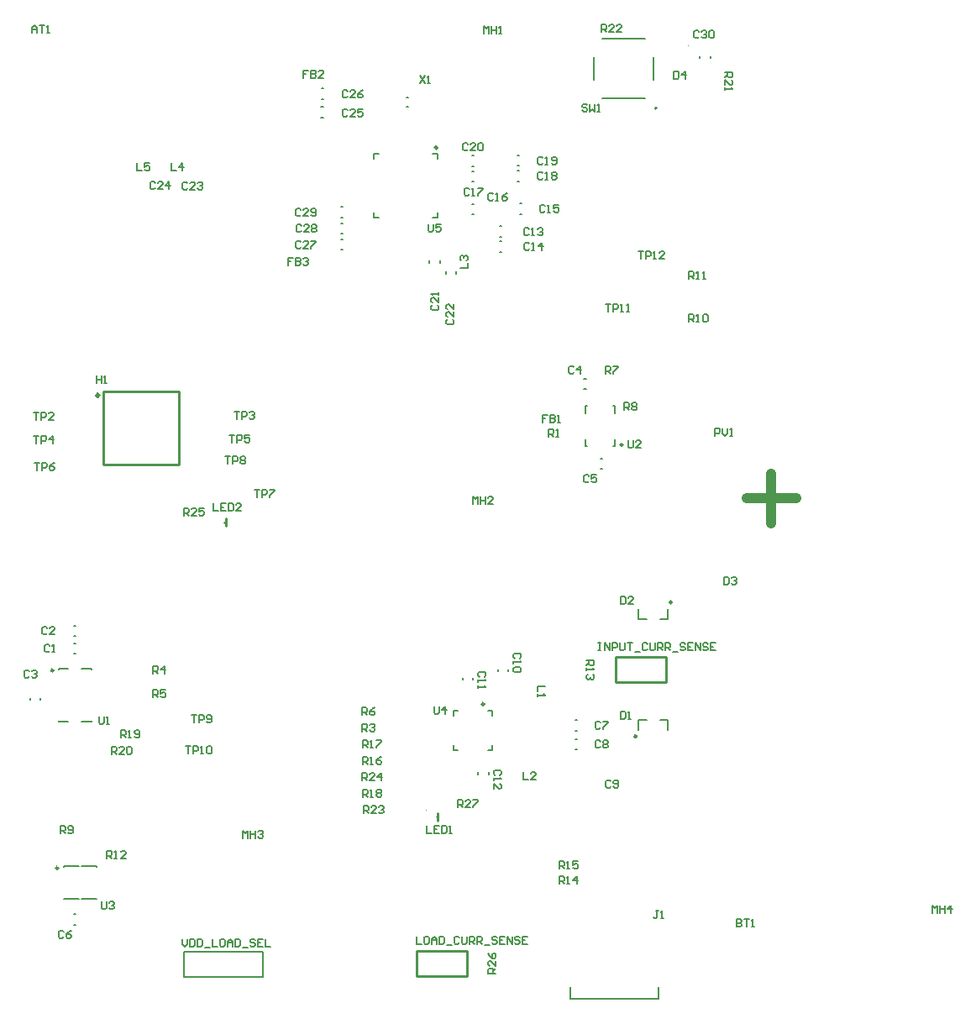
<source format=gto>
G04*
G04 #@! TF.GenerationSoftware,Altium Limited,Altium Designer,24.1.2 (44)*
G04*
G04 Layer_Color=65535*
%FSLAX44Y44*%
%MOMM*%
G71*
G04*
G04 #@! TF.SameCoordinates,F17E1149-1677-4603-BC53-BAD2445CDC7D*
G04*
G04*
G04 #@! TF.FilePolarity,Positive*
G04*
G01*
G75*
%ADD10C,0.2500*%
%ADD11C,0.1000*%
%ADD12C,0.3000*%
%ADD13C,0.2000*%
%ADD14C,1.0000*%
%ADD15C,0.2540*%
%ADD16C,0.1270*%
%ADD17C,0.1778*%
D10*
X430241Y850238D02*
G03*
X430241Y850238I-1250J0D01*
G01*
X477590Y289390D02*
G03*
X477590Y289390I-1250J0D01*
G01*
X666750Y392020D02*
G03*
X666750Y392020I-1250J0D01*
G01*
X631150Y256950D02*
G03*
X631150Y256950I-1250J0D01*
G01*
X43360Y323350D02*
G03*
X43360Y323350I-1250J0D01*
G01*
X48100Y124220D02*
G03*
X48100Y124220I-1250J0D01*
G01*
X617150Y550720D02*
G03*
X617150Y550720I-1250J0D01*
G01*
D11*
X683422Y953150D02*
G03*
X683422Y953150I-500J0D01*
G01*
X697588Y420794D02*
G03*
X697588Y420794I-500J0D01*
G01*
X206126Y479425D02*
G03*
X206126Y479425I-500J0D01*
G01*
X419522Y182768D02*
G03*
X419522Y182768I-500J0D01*
G01*
D12*
X87882Y599025D02*
G03*
X87751Y599031I0J1500D01*
G01*
D13*
X651470Y889960D02*
G03*
X651470Y889960I-1000J0D01*
G01*
X510810Y816440D02*
X512810D01*
X510810Y826940D02*
X512810D01*
X366491Y838838D02*
Y843738D01*
X371391D01*
X366491Y779738D02*
Y784638D01*
Y779738D02*
X371391D01*
X425590D02*
X430490D01*
Y784638D01*
Y838838D02*
Y843738D01*
X425590D02*
X430490D01*
X695028Y940578D02*
Y942578D01*
X705528Y940578D02*
Y942578D01*
X432742Y734330D02*
Y736330D01*
X422242Y734330D02*
Y736330D01*
X332756Y790364D02*
X334756D01*
X332756Y779864D02*
X334756D01*
X465090Y793412D02*
X467090D01*
X465090Y782912D02*
X467090D01*
X563864Y-7458D02*
Y4042D01*
Y-7458D02*
X653264D01*
Y4042D01*
X313452Y909744D02*
X315452D01*
X313452Y899244D02*
X315452D01*
X313198Y880702D02*
X315198D01*
X313198Y891202D02*
X315198D01*
X398761Y900597D02*
X400761D01*
X398761Y891597D02*
X400761D01*
X254630Y13970D02*
Y39370D01*
X174630Y13970D02*
X254630D01*
X174630D02*
Y39370D01*
X254630D01*
X446340Y278090D02*
Y282640D01*
X450890D01*
X446340Y243140D02*
Y247690D01*
Y243140D02*
X450890D01*
X481290D02*
X485840D01*
Y247690D01*
Y278090D02*
Y282640D01*
X481290D02*
X485840D01*
X662700Y375270D02*
Y385270D01*
X654500Y375270D02*
X662700D01*
X632700D02*
Y385270D01*
Y375270D02*
X640900D01*
X332756Y747606D02*
X334756D01*
X332756Y758106D02*
X334756D01*
X332756Y763354D02*
X334756D01*
X332756Y773854D02*
X334756D01*
X513096Y793920D02*
X515096D01*
X513096Y783420D02*
X515096D01*
X464836Y815932D02*
X466836D01*
X464836Y826432D02*
X466836D01*
X492776Y771060D02*
X494776D01*
X492776Y760560D02*
X494776D01*
X654500Y273700D02*
X662700D01*
Y263700D02*
Y273700D01*
X632700D02*
X640900D01*
X632700Y263700D02*
Y273700D01*
X48610Y271850D02*
X58360D01*
X48610D02*
Y272850D01*
X71860Y271850D02*
X81610D01*
Y272850D01*
Y323850D02*
Y324850D01*
X71860D02*
X81610D01*
X48610D02*
X58360D01*
X48610Y323850D02*
Y324850D01*
X53350Y125470D02*
Y125720D01*
X68600D01*
X71100D02*
X86350D01*
Y125470D02*
Y125720D01*
Y92720D02*
Y92970D01*
X71100Y92720D02*
X86350D01*
X53350D02*
Y92970D01*
Y92720D02*
X68600D01*
X607400Y589720D02*
X609400D01*
Y582470D02*
Y589720D01*
X579400D02*
X581400D01*
X579400Y582470D02*
Y589720D01*
Y549220D02*
Y556470D01*
Y549220D02*
X581400D01*
X607400D02*
X609400D01*
Y556470D01*
X63770Y340190D02*
X65770D01*
X63770Y350690D02*
X65770D01*
X63770Y368470D02*
X65770D01*
X63770Y357970D02*
X65770D01*
X19896Y293386D02*
Y295386D01*
X30396Y293386D02*
Y295386D01*
X578120Y617390D02*
X580120D01*
X578120Y606890D02*
X580120D01*
X594630Y526626D02*
X596630D01*
X594630Y537126D02*
X596630D01*
X63770Y67140D02*
X65770D01*
X63770Y77640D02*
X65770D01*
X569230Y262720D02*
X571230D01*
X569230Y273220D02*
X571230D01*
X569230Y243670D02*
X571230D01*
X569230Y254170D02*
X571230D01*
X501820Y322342D02*
Y324342D01*
X491320Y322342D02*
Y324342D01*
X466260Y313960D02*
Y315960D01*
X455760Y313960D02*
Y315960D01*
X471508Y218616D02*
Y220616D01*
X482008Y218616D02*
Y220616D01*
X492776Y745320D02*
X494776D01*
X492776Y755820D02*
X494776D01*
X510810Y842434D02*
X512810D01*
X510810Y831934D02*
X512810D01*
X465090Y842180D02*
X467090D01*
X465090Y831680D02*
X467090D01*
X438742Y723408D02*
Y725408D01*
X449242Y723408D02*
Y725408D01*
D14*
X766896Y471564D02*
Y496564D01*
X791896D01*
X766896D02*
Y521564D01*
X741896Y496564D02*
X766896D01*
D15*
X215834Y472425D02*
X217388D01*
Y476235D01*
Y468615D02*
Y476235D01*
X169418Y531114D02*
Y604774D01*
X93218Y531114D02*
X169418D01*
X93218D02*
Y604774D01*
X169418D01*
X609600Y311150D02*
X660400D01*
Y336550D01*
X609600D02*
X660400D01*
X609600Y311150D02*
Y336550D01*
X429230Y175768D02*
X430784D01*
Y179578D01*
Y171958D02*
Y179578D01*
X459740Y15240D02*
Y40640D01*
X408940Y15240D02*
X459740D01*
X408940D02*
Y40640D01*
X459740D01*
D16*
X647970Y918240D02*
Y941760D01*
X596210Y960000D02*
X639730D01*
X587970Y918240D02*
Y941760D01*
X596210Y900000D02*
X639730D01*
D17*
X929135Y78741D02*
Y86359D01*
X931674Y83820D01*
X934214Y86359D01*
Y78741D01*
X936753Y86359D02*
Y78741D01*
Y82550D01*
X941831D01*
Y86359D01*
Y78741D01*
X948179D02*
Y86359D01*
X944370Y82550D01*
X949449D01*
X234188Y154178D02*
Y161796D01*
X236727Y159256D01*
X239266Y161796D01*
Y154178D01*
X241805Y161796D02*
Y154178D01*
Y157987D01*
X246884D01*
Y161796D01*
Y154178D01*
X249423Y160526D02*
X250693Y161796D01*
X253232D01*
X254501Y160526D01*
Y159256D01*
X253232Y157987D01*
X251962D01*
X253232D01*
X254501Y156717D01*
Y155448D01*
X253232Y154178D01*
X250693D01*
X249423Y155448D01*
X465836Y490982D02*
Y498600D01*
X468375Y496060D01*
X470914Y498600D01*
Y490982D01*
X473453Y498600D02*
Y490982D01*
Y494791D01*
X478532D01*
Y498600D01*
Y490982D01*
X486149D02*
X481071D01*
X486149Y496060D01*
Y497330D01*
X484880Y498600D01*
X482341D01*
X481071Y497330D01*
X477266Y964946D02*
Y972563D01*
X479805Y970024D01*
X482344Y972563D01*
Y964946D01*
X484883Y972563D02*
Y964946D01*
Y968755D01*
X489962D01*
Y972563D01*
Y964946D01*
X492501D02*
X495040D01*
X493771D01*
Y972563D01*
X492501Y971294D01*
X284736Y739139D02*
X279657D01*
Y735330D01*
X282197D01*
X279657D01*
Y731521D01*
X287275Y739139D02*
Y731521D01*
X291084D01*
X292353Y732791D01*
Y734060D01*
X291084Y735330D01*
X287275D01*
X291084D01*
X292353Y736600D01*
Y737869D01*
X291084Y739139D01*
X287275D01*
X294892Y737869D02*
X296162Y739139D01*
X298701D01*
X299971Y737869D01*
Y736600D01*
X298701Y735330D01*
X297432D01*
X298701D01*
X299971Y734060D01*
Y732791D01*
X298701Y731521D01*
X296162D01*
X294892Y732791D01*
X300230Y928115D02*
X295151D01*
Y924306D01*
X297691D01*
X295151D01*
Y920497D01*
X302769Y928115D02*
Y920497D01*
X306578D01*
X307847Y921767D01*
Y923036D01*
X306578Y924306D01*
X302769D01*
X306578D01*
X307847Y925576D01*
Y926845D01*
X306578Y928115D01*
X302769D01*
X315465Y920497D02*
X310386D01*
X315465Y925576D01*
Y926845D01*
X314195Y928115D01*
X311656D01*
X310386Y926845D01*
X541021Y581151D02*
X535943D01*
Y577342D01*
X538482D01*
X535943D01*
Y573533D01*
X543560Y581151D02*
Y573533D01*
X547369D01*
X548639Y574803D01*
Y576072D01*
X547369Y577342D01*
X543560D01*
X547369D01*
X548639Y578612D01*
Y579881D01*
X547369Y581151D01*
X543560D01*
X551178Y573533D02*
X553717D01*
X552448D01*
Y581151D01*
X551178Y579881D01*
X632714Y745742D02*
X637792D01*
X635253D01*
Y738124D01*
X640331D02*
Y745742D01*
X644140D01*
X645410Y744472D01*
Y741933D01*
X644140Y740663D01*
X640331D01*
X647949Y738124D02*
X650488D01*
X649219D01*
Y745742D01*
X647949Y744472D01*
X659375Y738124D02*
X654297D01*
X659375Y743202D01*
Y744472D01*
X658106Y745742D01*
X655567D01*
X654297Y744472D01*
X599571Y692657D02*
X604649D01*
X602110D01*
Y685039D01*
X607188D02*
Y692657D01*
X610997D01*
X612267Y691387D01*
Y688848D01*
X610997Y687578D01*
X607188D01*
X614806Y685039D02*
X617345D01*
X616076D01*
Y692657D01*
X614806Y691387D01*
X621154Y685039D02*
X623693D01*
X622424D01*
Y692657D01*
X621154Y691387D01*
X176153Y246887D02*
X181232D01*
X178692D01*
Y239269D01*
X183771D02*
Y246887D01*
X187580D01*
X188849Y245617D01*
Y243078D01*
X187580Y241808D01*
X183771D01*
X191388Y239269D02*
X193928D01*
X192658D01*
Y246887D01*
X191388Y245617D01*
X197736D02*
X199006Y246887D01*
X201545D01*
X202815Y245617D01*
Y240539D01*
X201545Y239269D01*
X199006D01*
X197736Y240539D01*
Y245617D01*
X182121Y278383D02*
X187200D01*
X184660D01*
Y270765D01*
X189739D02*
Y278383D01*
X193548D01*
X194817Y277113D01*
Y274574D01*
X193548Y273304D01*
X189739D01*
X197356Y272035D02*
X198626Y270765D01*
X201165D01*
X202435Y272035D01*
Y277113D01*
X201165Y278383D01*
X198626D01*
X197356Y277113D01*
Y275844D01*
X198626Y274574D01*
X202435D01*
X216665Y538987D02*
X221744D01*
X219205D01*
Y531369D01*
X224283D02*
Y538987D01*
X228092D01*
X229361Y537717D01*
Y535178D01*
X228092Y533908D01*
X224283D01*
X231900Y537717D02*
X233170Y538987D01*
X235709D01*
X236979Y537717D01*
Y536448D01*
X235709Y535178D01*
X236979Y533908D01*
Y532639D01*
X235709Y531369D01*
X233170D01*
X231900Y532639D01*
Y533908D01*
X233170Y535178D01*
X231900Y536448D01*
Y537717D01*
X233170Y535178D02*
X235709D01*
X245621Y505713D02*
X250700D01*
X248160D01*
Y498095D01*
X253239D02*
Y505713D01*
X257048D01*
X258317Y504443D01*
Y501904D01*
X257048Y500634D01*
X253239D01*
X260856Y505713D02*
X265935D01*
Y504443D01*
X260856Y499365D01*
Y498095D01*
X23879Y532637D02*
X28958D01*
X26418D01*
Y525019D01*
X31497D02*
Y532637D01*
X35306D01*
X36575Y531367D01*
Y528828D01*
X35306Y527558D01*
X31497D01*
X44193Y532637D02*
X41654Y531367D01*
X39114Y528828D01*
Y526289D01*
X40384Y525019D01*
X42923D01*
X44193Y526289D01*
Y527558D01*
X42923Y528828D01*
X39114D01*
X220729Y560577D02*
X225808D01*
X223269D01*
Y552959D01*
X228347D02*
Y560577D01*
X232156D01*
X233425Y559307D01*
Y556768D01*
X232156Y555498D01*
X228347D01*
X241043Y560577D02*
X235964D01*
Y556768D01*
X238504Y558038D01*
X239773D01*
X241043Y556768D01*
Y554229D01*
X239773Y552959D01*
X237234D01*
X235964Y554229D01*
X23625Y559815D02*
X28704D01*
X26165D01*
Y552197D01*
X31243D02*
Y559815D01*
X35052D01*
X36321Y558545D01*
Y556006D01*
X35052Y554736D01*
X31243D01*
X42669Y552197D02*
Y559815D01*
X38860Y556006D01*
X43939D01*
X225301Y584199D02*
X230380D01*
X227840D01*
Y576581D01*
X232919D02*
Y584199D01*
X236728D01*
X237997Y582929D01*
Y580390D01*
X236728Y579120D01*
X232919D01*
X240536Y582929D02*
X241806Y584199D01*
X244345D01*
X245615Y582929D01*
Y581660D01*
X244345Y580390D01*
X243076D01*
X244345D01*
X245615Y579120D01*
Y577851D01*
X244345Y576581D01*
X241806D01*
X240536Y577851D01*
X22863Y583437D02*
X27942D01*
X25403D01*
Y575819D01*
X30481D02*
Y583437D01*
X34290D01*
X35559Y582167D01*
Y579628D01*
X34290Y578358D01*
X30481D01*
X43177Y575819D02*
X38098D01*
X43177Y580898D01*
Y582167D01*
X41907Y583437D01*
X39368D01*
X38098Y582167D01*
X86614Y620519D02*
Y612902D01*
Y616711D01*
X91692D01*
Y620519D01*
Y612902D01*
X94232D02*
X96771D01*
X95501D01*
Y620519D01*
X94232Y619250D01*
X516638Y220725D02*
Y213107D01*
X521716D01*
X529334D02*
X524256D01*
X529334Y218186D01*
Y219455D01*
X528064Y220725D01*
X525525D01*
X524256Y219455D01*
X653014Y81151D02*
X650475D01*
X651745D01*
Y74803D01*
X650475Y73533D01*
X649205D01*
X647936Y74803D01*
X655553Y73533D02*
X658093D01*
X656823D01*
Y81151D01*
X655553Y79881D01*
X412462Y922766D02*
X417540Y915148D01*
Y922766D02*
X412462Y915148D01*
X420080D02*
X422619D01*
X421349D01*
Y922766D01*
X420080Y921496D01*
X420844Y773129D02*
Y766781D01*
X422114Y765511D01*
X424653D01*
X425923Y766781D01*
Y773129D01*
X433540D02*
X428462D01*
Y769320D01*
X431001Y770589D01*
X432271D01*
X433540Y769320D01*
Y766781D01*
X432271Y765511D01*
X429732D01*
X428462Y766781D01*
X426722Y287019D02*
Y280671D01*
X427992Y279401D01*
X430531D01*
X431800Y280671D01*
Y287019D01*
X438148Y279401D02*
Y287019D01*
X434340Y283210D01*
X439418D01*
X91442Y90169D02*
Y83821D01*
X92712Y82551D01*
X95251D01*
X96520Y83821D01*
Y90169D01*
X99060Y88899D02*
X100329Y90169D01*
X102868D01*
X104138Y88899D01*
Y87630D01*
X102868Y86360D01*
X101599D01*
X102868D01*
X104138Y85090D01*
Y83821D01*
X102868Y82551D01*
X100329D01*
X99060Y83821D01*
X622302Y554989D02*
Y548641D01*
X623572Y547371D01*
X626111D01*
X627380Y548641D01*
Y554989D01*
X634998Y547371D02*
X629920D01*
X634998Y552450D01*
Y553719D01*
X633728Y554989D01*
X631189D01*
X629920Y553719D01*
X88902Y276859D02*
Y270511D01*
X90171Y269241D01*
X92710D01*
X93980Y270511D01*
Y276859D01*
X96519Y269241D02*
X99058D01*
X97789D01*
Y276859D01*
X96519Y275589D01*
X592474Y351154D02*
X595013D01*
X593744D01*
Y343536D01*
X592474D01*
X595013D01*
X598822D02*
Y351154D01*
X603900Y343536D01*
Y351154D01*
X606440Y343536D02*
Y351154D01*
X610248D01*
X611518Y349884D01*
Y347345D01*
X610248Y346075D01*
X606440D01*
X614057Y351154D02*
Y344806D01*
X615327Y343536D01*
X617866D01*
X619136Y344806D01*
Y351154D01*
X621675D02*
X626753D01*
X624214D01*
Y343536D01*
X629292Y342266D02*
X634370D01*
X641988Y349884D02*
X640719Y351154D01*
X638179D01*
X636910Y349884D01*
Y344806D01*
X638179Y343536D01*
X640719D01*
X641988Y344806D01*
X644527Y351154D02*
Y344806D01*
X645797Y343536D01*
X648336D01*
X649606Y344806D01*
Y351154D01*
X652145Y343536D02*
Y351154D01*
X655954D01*
X657223Y349884D01*
Y347345D01*
X655954Y346075D01*
X652145D01*
X654684D02*
X657223Y343536D01*
X659762D02*
Y351154D01*
X663571D01*
X664841Y349884D01*
Y347345D01*
X663571Y346075D01*
X659762D01*
X662301D02*
X664841Y343536D01*
X667380Y342266D02*
X672458D01*
X680076Y349884D02*
X678806Y351154D01*
X676267D01*
X674997Y349884D01*
Y348614D01*
X676267Y347345D01*
X678806D01*
X680076Y346075D01*
Y344806D01*
X678806Y343536D01*
X676267D01*
X674997Y344806D01*
X687693Y351154D02*
X682615D01*
Y343536D01*
X687693D01*
X682615Y347345D02*
X685154D01*
X690232Y343536D02*
Y351154D01*
X695311Y343536D01*
Y351154D01*
X702928Y349884D02*
X701659Y351154D01*
X699120D01*
X697850Y349884D01*
Y348614D01*
X699120Y347345D01*
X701659D01*
X702928Y346075D01*
Y344806D01*
X701659Y343536D01*
X699120D01*
X697850Y344806D01*
X710546Y351154D02*
X705468D01*
Y343536D01*
X710546D01*
X705468Y347345D02*
X708007D01*
X408958Y55244D02*
Y47626D01*
X414036D01*
X420384Y55244D02*
X417845D01*
X416576Y53974D01*
Y48896D01*
X417845Y47626D01*
X420384D01*
X421654Y48896D01*
Y53974D01*
X420384Y55244D01*
X424193Y47626D02*
Y52704D01*
X426732Y55244D01*
X429272Y52704D01*
Y47626D01*
Y51435D01*
X424193D01*
X431811Y55244D02*
Y47626D01*
X435620D01*
X436889Y48896D01*
Y53974D01*
X435620Y55244D01*
X431811D01*
X439428Y46356D02*
X444507D01*
X452124Y53974D02*
X450854Y55244D01*
X448315D01*
X447046Y53974D01*
Y48896D01*
X448315Y47626D01*
X450854D01*
X452124Y48896D01*
X454663Y55244D02*
Y48896D01*
X455933Y47626D01*
X458472D01*
X459742Y48896D01*
Y55244D01*
X462281Y47626D02*
Y55244D01*
X466090D01*
X467359Y53974D01*
Y51435D01*
X466090Y50165D01*
X462281D01*
X464820D02*
X467359Y47626D01*
X469898D02*
Y55244D01*
X473707D01*
X474977Y53974D01*
Y51435D01*
X473707Y50165D01*
X469898D01*
X472438D02*
X474977Y47626D01*
X477516Y46356D02*
X482594D01*
X490212Y53974D02*
X488942Y55244D01*
X486403D01*
X485133Y53974D01*
Y52704D01*
X486403Y51435D01*
X488942D01*
X490212Y50165D01*
Y48896D01*
X488942Y47626D01*
X486403D01*
X485133Y48896D01*
X497829Y55244D02*
X492751D01*
Y47626D01*
X497829D01*
X492751Y51435D02*
X495290D01*
X500368Y47626D02*
Y55244D01*
X505447Y47626D01*
Y55244D01*
X513064Y53974D02*
X511795Y55244D01*
X509256D01*
X507986Y53974D01*
Y52704D01*
X509256Y51435D01*
X511795D01*
X513064Y50165D01*
Y48896D01*
X511795Y47626D01*
X509256D01*
X507986Y48896D01*
X520682Y55244D02*
X515604D01*
Y47626D01*
X520682D01*
X515604Y51435D02*
X518143D01*
X581395Y893169D02*
X580126Y894439D01*
X577586D01*
X576317Y893169D01*
Y891900D01*
X577586Y890630D01*
X580126D01*
X581395Y889361D01*
Y888091D01*
X580126Y886821D01*
X577586D01*
X576317Y888091D01*
X583934Y894439D02*
Y886821D01*
X586473Y889361D01*
X589013Y886821D01*
Y894439D01*
X591552Y886821D02*
X594091D01*
X592821D01*
Y894439D01*
X591552Y893169D01*
X450853Y185167D02*
Y192785D01*
X454662D01*
X455932Y191515D01*
Y188976D01*
X454662Y187706D01*
X450853D01*
X453392D02*
X455932Y185167D01*
X463549D02*
X458471D01*
X463549Y190246D01*
Y191515D01*
X462280Y192785D01*
X459740D01*
X458471Y191515D01*
X466088Y192785D02*
X471167D01*
Y191515D01*
X466088Y186437D01*
Y185167D01*
X488949Y17783D02*
X481331D01*
Y21592D01*
X482601Y22862D01*
X485140D01*
X486410Y21592D01*
Y17783D01*
Y20322D02*
X488949Y22862D01*
Y30479D02*
Y25401D01*
X483870Y30479D01*
X482601D01*
X481331Y29210D01*
Y26670D01*
X482601Y25401D01*
X481331Y38097D02*
X482601Y35558D01*
X485140Y33018D01*
X487679D01*
X488949Y34288D01*
Y36827D01*
X487679Y38097D01*
X486410D01*
X485140Y36827D01*
Y33018D01*
X174755Y479553D02*
Y487171D01*
X178564D01*
X179834Y485901D01*
Y483362D01*
X178564Y482092D01*
X174755D01*
X177295D02*
X179834Y479553D01*
X187451D02*
X182373D01*
X187451Y484632D01*
Y485901D01*
X186182Y487171D01*
X183642D01*
X182373Y485901D01*
X195069Y487171D02*
X189990D01*
Y483362D01*
X192530Y484632D01*
X193799D01*
X195069Y483362D01*
Y480823D01*
X193799Y479553D01*
X191260D01*
X189990Y480823D01*
X354333Y212091D02*
Y219709D01*
X358142D01*
X359412Y218439D01*
Y215900D01*
X358142Y214630D01*
X354333D01*
X356872D02*
X359412Y212091D01*
X367029D02*
X361951D01*
X367029Y217170D01*
Y218439D01*
X365760Y219709D01*
X363220D01*
X361951Y218439D01*
X373377Y212091D02*
Y219709D01*
X369568Y215900D01*
X374647D01*
X355603Y179071D02*
Y186689D01*
X359412D01*
X360682Y185419D01*
Y182880D01*
X359412Y181610D01*
X355603D01*
X358143D02*
X360682Y179071D01*
X368299D02*
X363221D01*
X368299Y184150D01*
Y185419D01*
X367030Y186689D01*
X364490D01*
X363221Y185419D01*
X370838D02*
X372108Y186689D01*
X374647D01*
X375917Y185419D01*
Y184150D01*
X374647Y182880D01*
X373378D01*
X374647D01*
X375917Y181610D01*
Y180341D01*
X374647Y179071D01*
X372108D01*
X370838Y180341D01*
X595633Y966471D02*
Y974089D01*
X599442D01*
X600712Y972819D01*
Y970280D01*
X599442Y969010D01*
X595633D01*
X598172D02*
X600712Y966471D01*
X608329D02*
X603251D01*
X608329Y971550D01*
Y972819D01*
X607060Y974089D01*
X604520D01*
X603251Y972819D01*
X615947Y966471D02*
X610868D01*
X615947Y971550D01*
Y972819D01*
X614677Y974089D01*
X612138D01*
X610868Y972819D01*
X720091Y925827D02*
X727709D01*
Y922018D01*
X726439Y920749D01*
X723900D01*
X722630Y922018D01*
Y925827D01*
Y923288D02*
X720091Y920749D01*
Y913131D02*
Y918210D01*
X725170Y913131D01*
X726439D01*
X727709Y914401D01*
Y916940D01*
X726439Y918210D01*
X720091Y910592D02*
Y908053D01*
Y909322D01*
X727709D01*
X726439Y910592D01*
X101603Y238761D02*
Y246379D01*
X105412D01*
X106682Y245109D01*
Y242570D01*
X105412Y241300D01*
X101603D01*
X104143D02*
X106682Y238761D01*
X114299D02*
X109221D01*
X114299Y243840D01*
Y245109D01*
X113030Y246379D01*
X110490D01*
X109221Y245109D01*
X116838D02*
X118108Y246379D01*
X120647D01*
X121917Y245109D01*
Y240031D01*
X120647Y238761D01*
X118108D01*
X116838Y240031D01*
Y245109D01*
X111128Y255271D02*
Y262889D01*
X114937D01*
X116206Y261619D01*
Y259080D01*
X114937Y257810D01*
X111128D01*
X113667D02*
X116206Y255271D01*
X118746D02*
X121285D01*
X120015D01*
Y262889D01*
X118746Y261619D01*
X125094Y256541D02*
X126363Y255271D01*
X128902D01*
X130172Y256541D01*
Y261619D01*
X128902Y262889D01*
X126363D01*
X125094Y261619D01*
Y260350D01*
X126363Y259080D01*
X130172D01*
X354968Y195581D02*
Y203199D01*
X358777D01*
X360046Y201929D01*
Y199390D01*
X358777Y198120D01*
X354968D01*
X357507D02*
X360046Y195581D01*
X362586D02*
X365125D01*
X363855D01*
Y203199D01*
X362586Y201929D01*
X368934D02*
X370203Y203199D01*
X372742D01*
X374012Y201929D01*
Y200660D01*
X372742Y199390D01*
X374012Y198120D01*
Y196851D01*
X372742Y195581D01*
X370203D01*
X368934Y196851D01*
Y198120D01*
X370203Y199390D01*
X368934Y200660D01*
Y201929D01*
X370203Y199390D02*
X372742D01*
X354968Y245111D02*
Y252729D01*
X358777D01*
X360046Y251459D01*
Y248920D01*
X358777Y247650D01*
X354968D01*
X357507D02*
X360046Y245111D01*
X362586D02*
X365125D01*
X363855D01*
Y252729D01*
X362586Y251459D01*
X368934Y252729D02*
X374012D01*
Y251459D01*
X368934Y246381D01*
Y245111D01*
X354968Y228601D02*
Y236219D01*
X358777D01*
X360046Y234949D01*
Y232410D01*
X358777Y231140D01*
X354968D01*
X357507D02*
X360046Y228601D01*
X362586D02*
X365125D01*
X363855D01*
Y236219D01*
X362586Y234949D01*
X374012Y236219D02*
X371473Y234949D01*
X368934Y232410D01*
Y229871D01*
X370203Y228601D01*
X372742D01*
X374012Y229871D01*
Y231140D01*
X372742Y232410D01*
X368934D01*
X553088Y123191D02*
Y130809D01*
X556897D01*
X558166Y129539D01*
Y127000D01*
X556897Y125730D01*
X553088D01*
X555627D02*
X558166Y123191D01*
X560706D02*
X563245D01*
X561975D01*
Y130809D01*
X560706Y129539D01*
X572132Y130809D02*
X567054D01*
Y127000D01*
X569593Y128270D01*
X570862D01*
X572132Y127000D01*
Y124461D01*
X570862Y123191D01*
X568323D01*
X567054Y124461D01*
X553088Y107951D02*
Y115569D01*
X556897D01*
X558166Y114299D01*
Y111760D01*
X556897Y110490D01*
X553088D01*
X555627D02*
X558166Y107951D01*
X560706D02*
X563245D01*
X561975D01*
Y115569D01*
X560706Y114299D01*
X570862Y107951D02*
Y115569D01*
X567054Y111760D01*
X572132D01*
X580391Y333372D02*
X588009D01*
Y329563D01*
X586739Y328294D01*
X584200D01*
X582930Y329563D01*
Y333372D01*
Y330833D02*
X580391Y328294D01*
Y325754D02*
Y323215D01*
Y324485D01*
X588009D01*
X586739Y325754D01*
Y319406D02*
X588009Y318137D01*
Y315598D01*
X586739Y314328D01*
X585470D01*
X584200Y315598D01*
Y316867D01*
Y315598D01*
X582930Y314328D01*
X581661D01*
X580391Y315598D01*
Y318137D01*
X581661Y319406D01*
X97282Y133858D02*
Y141475D01*
X101091D01*
X102360Y140206D01*
Y137667D01*
X101091Y136397D01*
X97282D01*
X99821D02*
X102360Y133858D01*
X104900D02*
X107439D01*
X106169D01*
Y141475D01*
X104900Y140206D01*
X116326Y133858D02*
X111248D01*
X116326Y138936D01*
Y140206D01*
X115056Y141475D01*
X112517D01*
X111248Y140206D01*
X683898Y717551D02*
Y725169D01*
X687706D01*
X688976Y723899D01*
Y721360D01*
X687706Y720090D01*
X683898D01*
X686437D02*
X688976Y717551D01*
X691515D02*
X694054D01*
X692785D01*
Y725169D01*
X691515Y723899D01*
X697863Y717551D02*
X700402D01*
X699133D01*
Y725169D01*
X697863Y723899D01*
X683898Y674371D02*
Y681989D01*
X687707D01*
X688976Y680719D01*
Y678180D01*
X687707Y676910D01*
X683898D01*
X686437D02*
X688976Y674371D01*
X691516D02*
X694055D01*
X692785D01*
Y681989D01*
X691516Y680719D01*
X697864D02*
X699133Y681989D01*
X701672D01*
X702942Y680719D01*
Y675641D01*
X701672Y674371D01*
X699133D01*
X697864Y675641D01*
Y680719D01*
X50038Y159004D02*
Y166621D01*
X53847D01*
X55116Y165352D01*
Y162813D01*
X53847Y161543D01*
X50038D01*
X52577D02*
X55116Y159004D01*
X57656Y160274D02*
X58925Y159004D01*
X61464D01*
X62734Y160274D01*
Y165352D01*
X61464Y166621D01*
X58925D01*
X57656Y165352D01*
Y164082D01*
X58925Y162813D01*
X62734D01*
X618492Y585471D02*
Y593089D01*
X622301D01*
X623570Y591819D01*
Y589280D01*
X622301Y588010D01*
X618492D01*
X621031D02*
X623570Y585471D01*
X626110Y591819D02*
X627379Y593089D01*
X629918D01*
X631188Y591819D01*
Y590550D01*
X629918Y589280D01*
X631188Y588010D01*
Y586741D01*
X629918Y585471D01*
X627379D01*
X626110Y586741D01*
Y588010D01*
X627379Y589280D01*
X626110Y590550D01*
Y591819D01*
X627379Y589280D02*
X629918D01*
X599442Y622301D02*
Y629919D01*
X603251D01*
X604520Y628649D01*
Y626110D01*
X603251Y624840D01*
X599442D01*
X601981D02*
X604520Y622301D01*
X607060Y629919D02*
X612138D01*
Y628649D01*
X607060Y623571D01*
Y622301D01*
X354332Y278131D02*
Y285749D01*
X358141D01*
X359410Y284479D01*
Y281940D01*
X358141Y280670D01*
X354332D01*
X356871D02*
X359410Y278131D01*
X367028Y285749D02*
X364489Y284479D01*
X361950Y281940D01*
Y279401D01*
X363219Y278131D01*
X365758D01*
X367028Y279401D01*
Y280670D01*
X365758Y281940D01*
X361950D01*
X143512Y295911D02*
Y303529D01*
X147321D01*
X148590Y302259D01*
Y299720D01*
X147321Y298450D01*
X143512D01*
X146051D02*
X148590Y295911D01*
X156208Y303529D02*
X151130D01*
Y299720D01*
X153669Y300990D01*
X154938D01*
X156208Y299720D01*
Y297181D01*
X154938Y295911D01*
X152399D01*
X151130Y297181D01*
X143512Y320041D02*
Y327659D01*
X147321D01*
X148590Y326389D01*
Y323850D01*
X147321Y322580D01*
X143512D01*
X146051D02*
X148590Y320041D01*
X154938D02*
Y327659D01*
X151130Y323850D01*
X156208D01*
X354332Y261621D02*
Y269239D01*
X358141D01*
X359410Y267969D01*
Y265430D01*
X358141Y264160D01*
X354332D01*
X356871D02*
X359410Y261621D01*
X361950Y267969D02*
X363219Y269239D01*
X365758D01*
X367028Y267969D01*
Y266700D01*
X365758Y265430D01*
X364489D01*
X365758D01*
X367028Y264160D01*
Y262891D01*
X365758Y261621D01*
X363219D01*
X361950Y262891D01*
X542292Y558801D02*
Y566419D01*
X546100D01*
X547370Y565149D01*
Y562610D01*
X546100Y561340D01*
X542292D01*
X544831D02*
X547370Y558801D01*
X549909D02*
X552448D01*
X551179D01*
Y566419D01*
X549909Y565149D01*
X709933Y559817D02*
Y567435D01*
X713742D01*
X715011Y566165D01*
Y563626D01*
X713742Y562356D01*
X709933D01*
X717550Y567435D02*
Y562356D01*
X720090Y559817D01*
X722629Y562356D01*
Y567435D01*
X725168Y559817D02*
X727707D01*
X726438D01*
Y567435D01*
X725168Y566165D01*
X204221Y491489D02*
Y483871D01*
X209299D01*
X216916Y491489D02*
X211838D01*
Y483871D01*
X216916D01*
X211838Y487680D02*
X214377D01*
X219456Y491489D02*
Y483871D01*
X223264D01*
X224534Y485141D01*
Y490219D01*
X223264Y491489D01*
X219456D01*
X232152Y483871D02*
X227073D01*
X232152Y488950D01*
Y490219D01*
X230882Y491489D01*
X228343D01*
X227073Y490219D01*
X419486Y166877D02*
Y159259D01*
X424565D01*
X432182Y166877D02*
X427104D01*
Y159259D01*
X432182D01*
X427104Y163068D02*
X429643D01*
X434721Y166877D02*
Y159259D01*
X438530D01*
X439799Y160529D01*
Y165607D01*
X438530Y166877D01*
X434721D01*
X442339Y159259D02*
X444878D01*
X443608D01*
Y166877D01*
X442339Y165607D01*
X127707Y834452D02*
Y826834D01*
X132785D01*
X140403Y834452D02*
X135324D01*
Y830643D01*
X137864Y831913D01*
X139133D01*
X140403Y830643D01*
Y828104D01*
X139133Y826834D01*
X136594D01*
X135324Y828104D01*
X161997Y834452D02*
Y826834D01*
X167075D01*
X173423D02*
Y834452D01*
X169615Y830643D01*
X174693D01*
X453137Y728728D02*
X460755D01*
Y733806D01*
X454407Y736346D02*
X453137Y737615D01*
Y740154D01*
X454407Y741424D01*
X455676D01*
X456946Y740154D01*
Y738885D01*
Y740154D01*
X458216Y741424D01*
X459485D01*
X460755Y740154D01*
Y737615D01*
X459485Y736346D01*
X538479Y307162D02*
X530861D01*
Y302084D01*
Y299545D02*
Y297006D01*
Y298275D01*
X538479D01*
X537209Y299545D01*
X172734Y52704D02*
Y47625D01*
X175274Y45086D01*
X177813Y47625D01*
Y52704D01*
X180352D02*
Y45086D01*
X184161D01*
X185430Y46356D01*
Y51434D01*
X184161Y52704D01*
X180352D01*
X187969D02*
Y45086D01*
X191778D01*
X193048Y46356D01*
Y51434D01*
X191778Y52704D01*
X187969D01*
X195587Y43816D02*
X200665D01*
X203204Y52704D02*
Y45086D01*
X208283D01*
X214631Y52704D02*
X212092D01*
X210822Y51434D01*
Y46356D01*
X212092Y45086D01*
X214631D01*
X215900Y46356D01*
Y51434D01*
X214631Y52704D01*
X218440Y45086D02*
Y50164D01*
X220979Y52704D01*
X223518Y50164D01*
Y45086D01*
Y48895D01*
X218440D01*
X226057Y52704D02*
Y45086D01*
X229866D01*
X231136Y46356D01*
Y51434D01*
X229866Y52704D01*
X226057D01*
X233675Y43816D02*
X238753D01*
X246371Y51434D02*
X245101Y52704D01*
X242562D01*
X241292Y51434D01*
Y50164D01*
X242562Y48895D01*
X245101D01*
X246371Y47625D01*
Y46356D01*
X245101Y45086D01*
X242562D01*
X241292Y46356D01*
X253988Y52704D02*
X248910D01*
Y45086D01*
X253988D01*
X248910Y48895D02*
X251449D01*
X256527Y52704D02*
Y45086D01*
X261606D01*
X668784Y927099D02*
Y919481D01*
X672593D01*
X673862Y920751D01*
Y925829D01*
X672593Y927099D01*
X668784D01*
X680210Y919481D02*
Y927099D01*
X676402Y923290D01*
X681480D01*
X718822Y417575D02*
Y409957D01*
X722631D01*
X723900Y411227D01*
Y416305D01*
X722631Y417575D01*
X718822D01*
X726440Y416305D02*
X727709Y417575D01*
X730248D01*
X731518Y416305D01*
Y415036D01*
X730248Y413766D01*
X728979D01*
X730248D01*
X731518Y412496D01*
Y411227D01*
X730248Y409957D01*
X727709D01*
X726440Y411227D01*
X614682Y397509D02*
Y389891D01*
X618491D01*
X619760Y391161D01*
Y396239D01*
X618491Y397509D01*
X614682D01*
X627378Y389891D02*
X622300D01*
X627378Y394970D01*
Y396239D01*
X626108Y397509D01*
X623569D01*
X622300Y396239D01*
X614682Y281939D02*
Y274321D01*
X618490D01*
X619760Y275591D01*
Y280669D01*
X618490Y281939D01*
X614682D01*
X622299Y274321D02*
X624838D01*
X623569D01*
Y281939D01*
X622299Y280669D01*
X693930Y966977D02*
X692660Y968247D01*
X690121D01*
X688851Y966977D01*
Y961899D01*
X690121Y960629D01*
X692660D01*
X693930Y961899D01*
X696469Y966977D02*
X697738Y968247D01*
X700278D01*
X701547Y966977D01*
Y965708D01*
X700278Y964438D01*
X699008D01*
X700278D01*
X701547Y963168D01*
Y961899D01*
X700278Y960629D01*
X697738D01*
X696469Y961899D01*
X704086Y966977D02*
X705356Y968247D01*
X707895D01*
X709165Y966977D01*
Y961899D01*
X707895Y960629D01*
X705356D01*
X704086Y961899D01*
Y966977D01*
X292864Y787399D02*
X291594Y788669D01*
X289055D01*
X287785Y787399D01*
Y782321D01*
X289055Y781051D01*
X291594D01*
X292864Y782321D01*
X300481Y781051D02*
X295403D01*
X300481Y786130D01*
Y787399D01*
X299212Y788669D01*
X296672D01*
X295403Y787399D01*
X303020Y782321D02*
X304290Y781051D01*
X306829D01*
X308099Y782321D01*
Y787399D01*
X306829Y788669D01*
X304290D01*
X303020Y787399D01*
Y786130D01*
X304290Y784860D01*
X308099D01*
X293118Y771397D02*
X291848Y772667D01*
X289309D01*
X288039Y771397D01*
Y766319D01*
X289309Y765049D01*
X291848D01*
X293118Y766319D01*
X300735Y765049D02*
X295657D01*
X300735Y770128D01*
Y771397D01*
X299466Y772667D01*
X296926D01*
X295657Y771397D01*
X303274D02*
X304544Y772667D01*
X307083D01*
X308353Y771397D01*
Y770128D01*
X307083Y768858D01*
X308353Y767588D01*
Y766319D01*
X307083Y765049D01*
X304544D01*
X303274Y766319D01*
Y767588D01*
X304544Y768858D01*
X303274Y770128D01*
Y771397D01*
X304544Y768858D02*
X307083D01*
X292610Y755141D02*
X291340Y756411D01*
X288801D01*
X287531Y755141D01*
Y750063D01*
X288801Y748793D01*
X291340D01*
X292610Y750063D01*
X300227Y748793D02*
X295149D01*
X300227Y753872D01*
Y755141D01*
X298958Y756411D01*
X296418D01*
X295149Y755141D01*
X302766Y756411D02*
X307845D01*
Y755141D01*
X302766Y750063D01*
Y748793D01*
X339854Y907033D02*
X338584Y908303D01*
X336045D01*
X334775Y907033D01*
Y901955D01*
X336045Y900685D01*
X338584D01*
X339854Y901955D01*
X347471Y900685D02*
X342393D01*
X347471Y905764D01*
Y907033D01*
X346202Y908303D01*
X343662D01*
X342393Y907033D01*
X355089Y908303D02*
X352550Y907033D01*
X350010Y904494D01*
Y901955D01*
X351280Y900685D01*
X353819D01*
X355089Y901955D01*
Y903224D01*
X353819Y904494D01*
X350010D01*
X339854Y887983D02*
X338584Y889253D01*
X336045D01*
X334775Y887983D01*
Y882905D01*
X336045Y881635D01*
X338584D01*
X339854Y882905D01*
X347471Y881635D02*
X342393D01*
X347471Y886714D01*
Y887983D01*
X346202Y889253D01*
X343662D01*
X342393Y887983D01*
X355089Y889253D02*
X350010D01*
Y885444D01*
X352550Y886714D01*
X353819D01*
X355089Y885444D01*
Y882905D01*
X353819Y881635D01*
X351280D01*
X350010Y882905D01*
X145798Y814831D02*
X144528Y816101D01*
X141989D01*
X140719Y814831D01*
Y809753D01*
X141989Y808483D01*
X144528D01*
X145798Y809753D01*
X153415Y808483D02*
X148337D01*
X153415Y813562D01*
Y814831D01*
X152146Y816101D01*
X149606D01*
X148337Y814831D01*
X159763Y808483D02*
Y816101D01*
X155954Y812292D01*
X161033D01*
X178310Y814323D02*
X177040Y815593D01*
X174501D01*
X173231Y814323D01*
Y809245D01*
X174501Y807975D01*
X177040D01*
X178310Y809245D01*
X185927Y807975D02*
X180849D01*
X185927Y813054D01*
Y814323D01*
X184658Y815593D01*
X182118D01*
X180849Y814323D01*
X188466D02*
X189736Y815593D01*
X192275D01*
X193545Y814323D01*
Y813054D01*
X192275Y811784D01*
X191006D01*
X192275D01*
X193545Y810514D01*
Y809245D01*
X192275Y807975D01*
X189736D01*
X188466Y809245D01*
X440437Y676912D02*
X439167Y675642D01*
Y673103D01*
X440437Y671833D01*
X445515D01*
X446785Y673103D01*
Y675642D01*
X445515Y676912D01*
X446785Y684529D02*
Y679451D01*
X441706Y684529D01*
X440437D01*
X439167Y683260D01*
Y680720D01*
X440437Y679451D01*
X446785Y692147D02*
Y687068D01*
X441706Y692147D01*
X440437D01*
X439167Y690877D01*
Y688338D01*
X440437Y687068D01*
X425207Y691643D02*
X423937Y690374D01*
Y687834D01*
X425207Y686565D01*
X430285D01*
X431555Y687834D01*
Y690374D01*
X430285Y691643D01*
X431555Y699261D02*
Y694182D01*
X426476Y699261D01*
X425207D01*
X423937Y697991D01*
Y695452D01*
X425207Y694182D01*
X431555Y701800D02*
Y704339D01*
Y703070D01*
X423937D01*
X425207Y701800D01*
X461266Y853693D02*
X459996Y854963D01*
X457457D01*
X456187Y853693D01*
Y848615D01*
X457457Y847345D01*
X459996D01*
X461266Y848615D01*
X468883Y847345D02*
X463805D01*
X468883Y852424D01*
Y853693D01*
X467614Y854963D01*
X465074D01*
X463805Y853693D01*
X471422D02*
X472692Y854963D01*
X475231D01*
X476501Y853693D01*
Y848615D01*
X475231Y847345D01*
X472692D01*
X471422Y848615D01*
Y853693D01*
X536736Y839723D02*
X535467Y840993D01*
X532928D01*
X531658Y839723D01*
Y834645D01*
X532928Y833375D01*
X535467D01*
X536736Y834645D01*
X539276Y833375D02*
X541815D01*
X540545D01*
Y840993D01*
X539276Y839723D01*
X545624Y834645D02*
X546893Y833375D01*
X549432D01*
X550702Y834645D01*
Y839723D01*
X549432Y840993D01*
X546893D01*
X545624Y839723D01*
Y838454D01*
X546893Y837184D01*
X550702D01*
X536576Y824229D02*
X535307Y825499D01*
X532768D01*
X531498Y824229D01*
Y819151D01*
X532768Y817881D01*
X535307D01*
X536576Y819151D01*
X539116Y817881D02*
X541655D01*
X540385D01*
Y825499D01*
X539116Y824229D01*
X545464D02*
X546733Y825499D01*
X549272D01*
X550542Y824229D01*
Y822960D01*
X549272Y821690D01*
X550542Y820420D01*
Y819151D01*
X549272Y817881D01*
X546733D01*
X545464Y819151D01*
Y820420D01*
X546733Y821690D01*
X545464Y822960D01*
Y824229D01*
X546733Y821690D02*
X549272D01*
X462662Y808481D02*
X461393Y809751D01*
X458854D01*
X457584Y808481D01*
Y803403D01*
X458854Y802133D01*
X461393D01*
X462662Y803403D01*
X465202Y802133D02*
X467741D01*
X466471D01*
Y809751D01*
X465202Y808481D01*
X471550Y809751D02*
X476628D01*
Y808481D01*
X471550Y803403D01*
Y802133D01*
X486538Y803401D02*
X485269Y804671D01*
X482730D01*
X481460Y803401D01*
Y798323D01*
X482730Y797053D01*
X485269D01*
X486538Y798323D01*
X489078Y797053D02*
X491617D01*
X490347D01*
Y804671D01*
X489078Y803401D01*
X500504Y804671D02*
X497965Y803401D01*
X495426Y800862D01*
Y798323D01*
X496695Y797053D01*
X499234D01*
X500504Y798323D01*
Y799592D01*
X499234Y800862D01*
X495426D01*
X538862Y791209D02*
X537593Y792479D01*
X535054D01*
X533784Y791209D01*
Y786131D01*
X535054Y784861D01*
X537593D01*
X538862Y786131D01*
X541402Y784861D02*
X543941D01*
X542671D01*
Y792479D01*
X541402Y791209D01*
X552828Y792479D02*
X547750D01*
Y788670D01*
X550289Y789940D01*
X551558D01*
X552828Y788670D01*
Y786131D01*
X551558Y784861D01*
X549019D01*
X547750Y786131D01*
X522860Y753363D02*
X521591Y754633D01*
X519052D01*
X517782Y753363D01*
Y748285D01*
X519052Y747015D01*
X521591D01*
X522860Y748285D01*
X525400Y747015D02*
X527939D01*
X526669D01*
Y754633D01*
X525400Y753363D01*
X535556Y747015D02*
Y754633D01*
X531748Y750824D01*
X536826D01*
X522606Y768095D02*
X521337Y769365D01*
X518798D01*
X517528Y768095D01*
Y763017D01*
X518798Y761747D01*
X521337D01*
X522606Y763017D01*
X525146Y761747D02*
X527685D01*
X526415D01*
Y769365D01*
X525146Y768095D01*
X531494D02*
X532763Y769365D01*
X535302D01*
X536572Y768095D01*
Y766826D01*
X535302Y765556D01*
X534033D01*
X535302D01*
X536572Y764286D01*
Y763017D01*
X535302Y761747D01*
X532763D01*
X531494Y763017D01*
X493267Y217710D02*
X494537Y218979D01*
Y221518D01*
X493267Y222788D01*
X488189D01*
X486919Y221518D01*
Y218979D01*
X488189Y217710D01*
X486919Y215170D02*
Y212631D01*
Y213901D01*
X494537D01*
X493267Y215170D01*
X486919Y203744D02*
Y208822D01*
X491998Y203744D01*
X493267D01*
X494537Y205014D01*
Y207553D01*
X493267Y208822D01*
X477519Y316864D02*
X478789Y318134D01*
Y320673D01*
X477519Y321942D01*
X472441D01*
X471171Y320673D01*
Y318134D01*
X472441Y316864D01*
X471171Y314325D02*
Y311786D01*
Y313055D01*
X478789D01*
X477519Y314325D01*
X471171Y307977D02*
Y305438D01*
Y306707D01*
X478789D01*
X477519Y307977D01*
X513079Y335406D02*
X514349Y336675D01*
Y339214D01*
X513079Y340484D01*
X508001D01*
X506731Y339214D01*
Y336675D01*
X508001Y335406D01*
X506731Y332866D02*
Y330327D01*
Y331597D01*
X514349D01*
X513079Y332866D01*
Y326518D02*
X514349Y325249D01*
Y322710D01*
X513079Y321440D01*
X508001D01*
X506731Y322710D01*
Y325249D01*
X508001Y326518D01*
X513079D01*
X605282Y211327D02*
X604013Y212597D01*
X601474D01*
X600204Y211327D01*
Y206249D01*
X601474Y204979D01*
X604013D01*
X605282Y206249D01*
X607822D02*
X609091Y204979D01*
X611630D01*
X612900Y206249D01*
Y211327D01*
X611630Y212597D01*
X609091D01*
X607822Y211327D01*
Y210058D01*
X609091Y208788D01*
X612900D01*
X594360Y251459D02*
X593091Y252729D01*
X590552D01*
X589282Y251459D01*
Y246381D01*
X590552Y245111D01*
X593091D01*
X594360Y246381D01*
X596900Y251459D02*
X598169Y252729D01*
X600708D01*
X601978Y251459D01*
Y250190D01*
X600708Y248920D01*
X601978Y247650D01*
Y246381D01*
X600708Y245111D01*
X598169D01*
X596900Y246381D01*
Y247650D01*
X598169Y248920D01*
X596900Y250190D01*
Y251459D01*
X598169Y248920D02*
X600708D01*
X594360Y270509D02*
X593091Y271779D01*
X590552D01*
X589282Y270509D01*
Y265431D01*
X590552Y264161D01*
X593091D01*
X594360Y265431D01*
X596900Y271779D02*
X601978D01*
Y270509D01*
X596900Y265431D01*
Y264161D01*
X53340Y59689D02*
X52071Y60959D01*
X49532D01*
X48262Y59689D01*
Y54611D01*
X49532Y53341D01*
X52071D01*
X53340Y54611D01*
X60958Y60959D02*
X58419Y59689D01*
X55880Y57150D01*
Y54611D01*
X57149Y53341D01*
X59688D01*
X60958Y54611D01*
Y55880D01*
X59688Y57150D01*
X55880D01*
X582930Y519175D02*
X581661Y520445D01*
X579122D01*
X577852Y519175D01*
Y514097D01*
X579122Y512827D01*
X581661D01*
X582930Y514097D01*
X590548Y520445D02*
X585470D01*
Y516636D01*
X588009Y517906D01*
X589278D01*
X590548Y516636D01*
Y514097D01*
X589278Y512827D01*
X586739D01*
X585470Y514097D01*
X567690Y628649D02*
X566421Y629919D01*
X563882D01*
X562612Y628649D01*
Y623571D01*
X563882Y622301D01*
X566421D01*
X567690Y623571D01*
X574038Y622301D02*
Y629919D01*
X570230Y626110D01*
X575308D01*
X18796Y322325D02*
X17527Y323595D01*
X14988D01*
X13718Y322325D01*
Y317247D01*
X14988Y315977D01*
X17527D01*
X18796Y317247D01*
X21336Y322325D02*
X22605Y323595D01*
X25144D01*
X26414Y322325D01*
Y321056D01*
X25144Y319786D01*
X23875D01*
X25144D01*
X26414Y318516D01*
Y317247D01*
X25144Y315977D01*
X22605D01*
X21336Y317247D01*
X36830Y365759D02*
X35561Y367029D01*
X33022D01*
X31752Y365759D01*
Y360681D01*
X33022Y359411D01*
X35561D01*
X36830Y360681D01*
X44448Y359411D02*
X39370D01*
X44448Y364490D01*
Y365759D01*
X43178Y367029D01*
X40639D01*
X39370Y365759D01*
X39370Y347979D02*
X38100Y349249D01*
X35561D01*
X34292Y347979D01*
Y342901D01*
X35561Y341631D01*
X38100D01*
X39370Y342901D01*
X41909Y341631D02*
X44448D01*
X43179D01*
Y349249D01*
X41909Y347979D01*
X731777Y72389D02*
Y64771D01*
X735586D01*
X736855Y66041D01*
Y67310D01*
X735586Y68580D01*
X731777D01*
X735586D01*
X736855Y69850D01*
Y71119D01*
X735586Y72389D01*
X731777D01*
X739394D02*
X744473D01*
X741934D01*
Y64771D01*
X747012D02*
X749551D01*
X748281D01*
Y72389D01*
X747012Y71119D01*
X21466Y965709D02*
Y970788D01*
X24005Y973327D01*
X26544Y970788D01*
Y965709D01*
Y969518D01*
X21466D01*
X29083Y973327D02*
X34162D01*
X31623D01*
Y965709D01*
X36701D02*
X39240D01*
X37970D01*
Y973327D01*
X36701Y972057D01*
M02*

</source>
